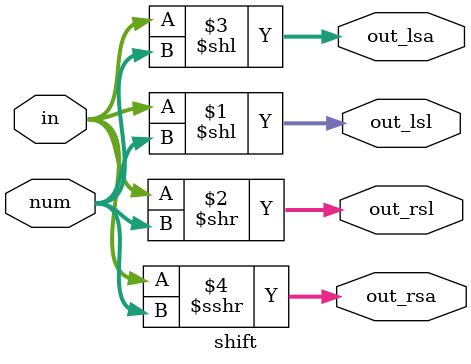
<source format=v>
module shift (
	input 	[7 : 0] in,
	input	[2 : 0] num,
	output  [7 : 0] out_lsl, out_rsl, out_lsa, out_rsa
);

	// 代码量预计4行
	assign out_lsl = in << num;
	assign out_rsl = in >> num;
	assign out_lsa = in << num;
	assign out_rsa = $signed(in) >>> num;

endmodule

</source>
